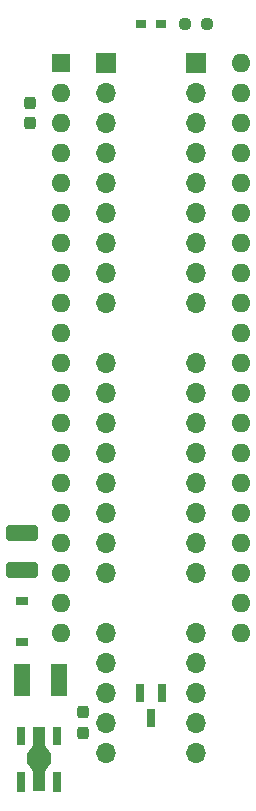
<source format=gbr>
G04 #@! TF.GenerationSoftware,KiCad,Pcbnew,8.0.4+dfsg-1*
G04 #@! TF.CreationDate,2025-02-28T19:43:57+09:00*
G04 #@! TF.ProjectId,bionic-f3850-dcdc,62696f6e-6963-42d6-9633-3835302d6463,7*
G04 #@! TF.SameCoordinates,Original*
G04 #@! TF.FileFunction,Soldermask,Top*
G04 #@! TF.FilePolarity,Negative*
%FSLAX46Y46*%
G04 Gerber Fmt 4.6, Leading zero omitted, Abs format (unit mm)*
G04 Created by KiCad (PCBNEW 8.0.4+dfsg-1) date 2025-02-28 19:43:57*
%MOMM*%
%LPD*%
G01*
G04 APERTURE LIST*
G04 Aperture macros list*
%AMRoundRect*
0 Rectangle with rounded corners*
0 $1 Rounding radius*
0 $2 $3 $4 $5 $6 $7 $8 $9 X,Y pos of 4 corners*
0 Add a 4 corners polygon primitive as box body*
4,1,4,$2,$3,$4,$5,$6,$7,$8,$9,$2,$3,0*
0 Add four circle primitives for the rounded corners*
1,1,$1+$1,$2,$3*
1,1,$1+$1,$4,$5*
1,1,$1+$1,$6,$7*
1,1,$1+$1,$8,$9*
0 Add four rect primitives between the rounded corners*
20,1,$1+$1,$2,$3,$4,$5,0*
20,1,$1+$1,$4,$5,$6,$7,0*
20,1,$1+$1,$6,$7,$8,$9,0*
20,1,$1+$1,$8,$9,$2,$3,0*%
%AMFreePoly0*
4,1,13,0.500000,1.050000,1.000000,0.350000,1.000000,-0.450000,0.500000,-1.150000,0.500000,-2.750000,-0.500000,-2.750000,-0.500000,-1.150000,-1.000000,-0.450000,-1.000000,0.350000,-0.500000,1.050000,-0.500000,2.750000,0.500000,2.750000,0.500000,1.050000,0.500000,1.050000,$1*%
G04 Aperture macros list end*
%ADD10R,1.700000X1.700000*%
%ADD11O,1.700000X1.700000*%
%ADD12R,1.041400X0.762000*%
%ADD13RoundRect,0.250000X1.100000X-0.412500X1.100000X0.412500X-1.100000X0.412500X-1.100000X-0.412500X0*%
%ADD14RoundRect,0.237500X0.237500X-0.300000X0.237500X0.300000X-0.237500X0.300000X-0.237500X-0.300000X0*%
%ADD15R,0.965200X0.762000*%
%ADD16RoundRect,0.237500X-0.250000X-0.237500X0.250000X-0.237500X0.250000X0.237500X-0.250000X0.237500X0*%
%ADD17R,1.371600X2.743200*%
%ADD18R,0.700000X1.600000*%
%ADD19FreePoly0,180.000000*%
%ADD20R,0.700000X1.700000*%
%ADD21R,1.600000X1.600000*%
%ADD22O,1.600000X1.600000*%
%ADD23R,0.660400X1.625600*%
G04 APERTURE END LIST*
D10*
X109890000Y-75080000D03*
D11*
X109890000Y-77620000D03*
X109890000Y-80160000D03*
X109890000Y-82700000D03*
X109890000Y-85240000D03*
X109890000Y-87780000D03*
X109890000Y-90320000D03*
X109890000Y-92860000D03*
X109890000Y-95400000D03*
X109890000Y-100480000D03*
X109890000Y-103020000D03*
X109890000Y-105560000D03*
X109890000Y-108100000D03*
X109890000Y-110640000D03*
X109890000Y-113180000D03*
X109890000Y-115720000D03*
X109890000Y-118260000D03*
X109890000Y-123340000D03*
X109890000Y-125880000D03*
X109890000Y-128420000D03*
X109890000Y-130960000D03*
X109890000Y-133500000D03*
X117510000Y-133500000D03*
X117510000Y-130960000D03*
X117510000Y-128420000D03*
X117510000Y-125880000D03*
X117510000Y-123340000D03*
X117510000Y-118260000D03*
X117510000Y-115720000D03*
X117510000Y-113180000D03*
X117510000Y-110640000D03*
X117510000Y-108100000D03*
X117510000Y-105560000D03*
X117510000Y-103020000D03*
X117510000Y-100480000D03*
X117510000Y-95400000D03*
X117510000Y-92860000D03*
X117510000Y-90320000D03*
X117510000Y-87780000D03*
X117510000Y-85240000D03*
X117510000Y-82700000D03*
X117510000Y-80160000D03*
X117510000Y-77620000D03*
D10*
X117510000Y-75080000D03*
D12*
X102778000Y-120596800D03*
X102778000Y-124076600D03*
D13*
X102778000Y-117993700D03*
X102778000Y-114868700D03*
D14*
X103489200Y-80158900D03*
X103489200Y-78433900D03*
D15*
X114576300Y-71778000D03*
X112823700Y-71778000D03*
D16*
X116597500Y-71778000D03*
X118422500Y-71778000D03*
D14*
X107934200Y-131771700D03*
X107934200Y-130046700D03*
D17*
X105902200Y-127302400D03*
X102752600Y-127302400D03*
D18*
X105724400Y-132052200D03*
D19*
X104224400Y-134002200D03*
D18*
X102724400Y-132052200D03*
D20*
X102724400Y-135902200D03*
X105724400Y-135902200D03*
D21*
X106080000Y-75080000D03*
D22*
X106080000Y-77620000D03*
X106080000Y-80160000D03*
X106080000Y-82700000D03*
X106080000Y-85240000D03*
X106080000Y-87780000D03*
X106080000Y-90320000D03*
X106080000Y-92860000D03*
X106080000Y-95400000D03*
X106080000Y-97940000D03*
X106080000Y-100480000D03*
X106080000Y-103020000D03*
X106080000Y-105560000D03*
X106080000Y-108100000D03*
X106080000Y-110640000D03*
X106080000Y-113180000D03*
X106080000Y-115720000D03*
X106080000Y-118260000D03*
X106080000Y-120800000D03*
X106080000Y-123340000D03*
X121320000Y-123340000D03*
X121320000Y-120800000D03*
X121320000Y-118260000D03*
X121320000Y-115720000D03*
X121320000Y-113180000D03*
X121320000Y-110640000D03*
X121320000Y-108100000D03*
X121320000Y-105560000D03*
X121320000Y-103020000D03*
X121320000Y-100480000D03*
X121320000Y-97940000D03*
X121320000Y-95400000D03*
X121320000Y-92860000D03*
X121320000Y-90320000D03*
X121320000Y-87780000D03*
X121320000Y-85240000D03*
X121320000Y-82700000D03*
X121320000Y-80160000D03*
X121320000Y-77620000D03*
X121320000Y-75080000D03*
D23*
X114650001Y-128420000D03*
X112749999Y-128420000D03*
X113700000Y-130552000D03*
M02*

</source>
